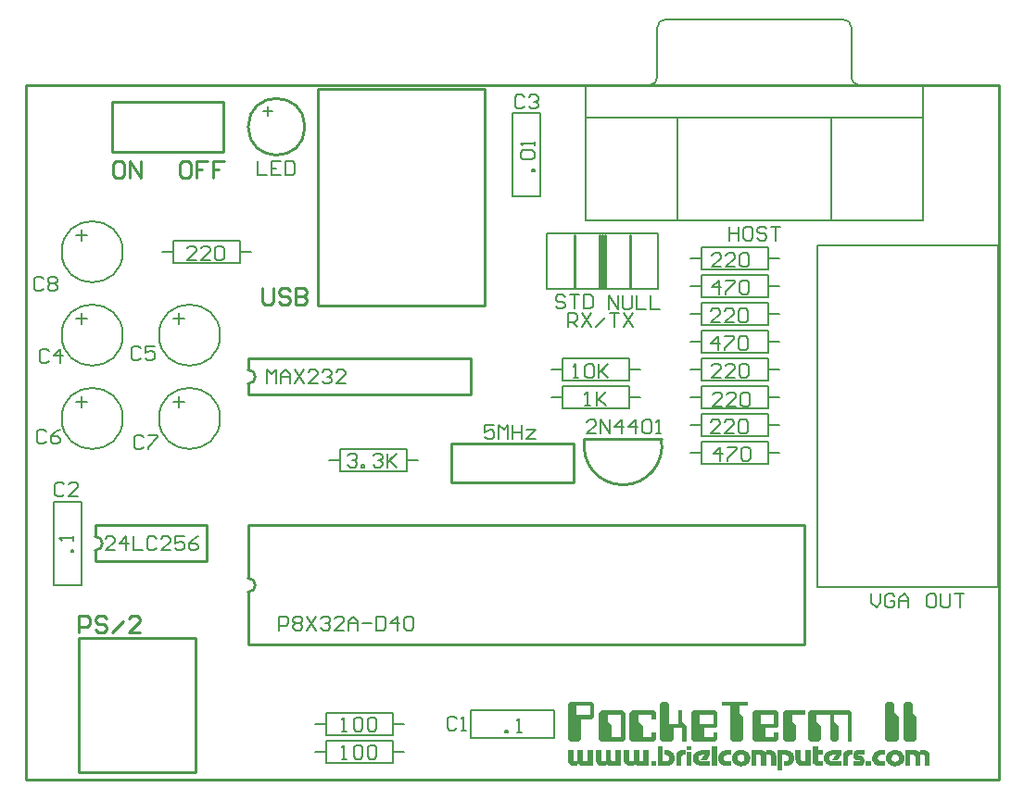
<source format=gto>
%FSLAX23Y23*%
%MOIN*%
G70*
G01*
G75*
G04 Layer_Color=65535*
%ADD10C,0.015*%
%ADD11C,0.010*%
%ADD12C,0.065*%
%ADD13C,0.075*%
%ADD14C,0.060*%
%ADD15C,0.070*%
%ADD16C,0.105*%
%ADD17C,0.140*%
%ADD18O,0.050X0.100*%
%ADD19C,0.055*%
%ADD20C,0.066*%
%ADD21R,0.059X0.059*%
%ADD22C,0.059*%
%ADD23R,0.050X0.100*%
%ADD24C,0.188*%
%ADD25C,0.187*%
%ADD26R,0.075X0.075*%
%ADD27R,0.065X0.065*%
%ADD28C,0.032*%
%ADD29C,0.008*%
%ADD30C,0.008*%
G36*
X5540Y3550D02*
X5521D01*
Y3566D01*
X5540D01*
Y3550D01*
D02*
G37*
G36*
X5590Y3589D02*
X5577D01*
X5576Y3589D01*
X5574Y3589D01*
X5573Y3588D01*
X5571Y3588D01*
X5570Y3587D01*
X5568Y3586D01*
X5568Y3586D01*
X5568Y3585D01*
X5567Y3585D01*
X5567Y3584D01*
X5566Y3583D01*
X5565Y3581D01*
X5565Y3580D01*
X5565Y3578D01*
Y3578D01*
Y3577D01*
Y3577D01*
X5565Y3577D01*
X5565Y3576D01*
X5565Y3575D01*
X5566Y3573D01*
X5566Y3572D01*
X5567Y3571D01*
X5569Y3569D01*
X5569Y3569D01*
X5569Y3569D01*
X5570Y3568D01*
X5571Y3568D01*
X5572Y3567D01*
X5574Y3567D01*
X5576Y3566D01*
X5577Y3566D01*
X5590D01*
Y3550D01*
X5571D01*
X5570Y3550D01*
X5569D01*
X5568Y3550D01*
X5567Y3550D01*
X5566Y3551D01*
X5564Y3551D01*
X5563Y3551D01*
X5561Y3552D01*
X5560Y3553D01*
X5558Y3553D01*
X5556Y3554D01*
X5555Y3555D01*
X5553Y3557D01*
X5552Y3558D01*
X5552Y3558D01*
X5551Y3558D01*
X5551Y3559D01*
X5551Y3560D01*
X5550Y3560D01*
X5549Y3561D01*
X5549Y3562D01*
X5548Y3564D01*
X5547Y3565D01*
X5547Y3566D01*
X5546Y3568D01*
X5545Y3570D01*
X5545Y3572D01*
X5545Y3574D01*
X5544Y3576D01*
X5544Y3578D01*
Y3578D01*
Y3578D01*
X5544Y3579D01*
Y3580D01*
X5545Y3581D01*
X5545Y3582D01*
X5545Y3583D01*
X5545Y3584D01*
X5546Y3586D01*
X5546Y3587D01*
X5547Y3589D01*
X5548Y3591D01*
X5549Y3592D01*
X5550Y3594D01*
X5551Y3595D01*
X5552Y3597D01*
X5552Y3597D01*
X5553Y3597D01*
X5553Y3598D01*
X5554Y3598D01*
X5555Y3599D01*
X5555Y3600D01*
X5556Y3600D01*
X5558Y3601D01*
X5559Y3602D01*
X5560Y3603D01*
X5562Y3603D01*
X5564Y3604D01*
X5565Y3604D01*
X5567Y3605D01*
X5569Y3605D01*
X5571Y3605D01*
X5590D01*
Y3589D01*
D02*
G37*
G36*
X5349Y3605D02*
X5367D01*
Y3589D01*
X5349D01*
Y3572D01*
Y3572D01*
Y3572D01*
Y3571D01*
X5349Y3571D01*
X5349Y3570D01*
X5349Y3569D01*
X5350Y3569D01*
X5350Y3568D01*
X5351Y3567D01*
X5351Y3567D01*
X5352Y3567D01*
X5353Y3566D01*
X5354Y3566D01*
X5355Y3566D01*
X5367D01*
Y3550D01*
X5348D01*
X5347Y3550D01*
X5347Y3550D01*
X5346Y3550D01*
X5344Y3551D01*
X5343Y3551D01*
X5340Y3552D01*
X5339Y3553D01*
X5338Y3553D01*
X5337Y3554D01*
X5336Y3555D01*
X5336Y3555D01*
X5336Y3555D01*
X5335Y3555D01*
X5335Y3556D01*
X5335Y3556D01*
X5334Y3557D01*
X5333Y3557D01*
X5333Y3558D01*
X5332Y3560D01*
X5331Y3562D01*
X5330Y3563D01*
X5330Y3565D01*
X5330Y3566D01*
X5330Y3567D01*
Y3621D01*
X5349D01*
Y3605D01*
D02*
G37*
G36*
X5474Y3589D02*
X5466D01*
X5465Y3589D01*
X5464Y3589D01*
X5463Y3588D01*
X5462Y3588D01*
X5461Y3587D01*
X5460Y3586D01*
X5460Y3586D01*
X5460Y3586D01*
X5459Y3585D01*
X5459Y3585D01*
X5458Y3584D01*
X5458Y3582D01*
X5458Y3581D01*
X5458Y3580D01*
Y3550D01*
X5439D01*
Y3585D01*
Y3585D01*
Y3585D01*
Y3585D01*
X5439Y3586D01*
X5439Y3587D01*
X5439Y3588D01*
X5439Y3588D01*
X5439Y3590D01*
X5440Y3592D01*
X5441Y3593D01*
X5441Y3594D01*
X5442Y3596D01*
X5443Y3597D01*
X5443Y3598D01*
X5444Y3599D01*
X5444Y3599D01*
X5445Y3599D01*
X5445Y3600D01*
X5445Y3600D01*
X5446Y3601D01*
X5446Y3601D01*
X5447Y3602D01*
X5448Y3602D01*
X5450Y3603D01*
X5452Y3604D01*
X5454Y3605D01*
X5455Y3605D01*
X5456Y3605D01*
X5458Y3605D01*
X5474D01*
Y3589D01*
D02*
G37*
G36*
X4539Y3550D02*
X4504Y3550D01*
X4503D01*
X4503Y3550D01*
X4502D01*
X4501Y3550D01*
X4500Y3550D01*
X4498Y3551D01*
X4496Y3551D01*
X4494Y3552D01*
X4492Y3553D01*
X4492D01*
X4492Y3553D01*
X4491Y3554D01*
X4490Y3555D01*
X4489Y3556D01*
X4488Y3557D01*
X4487Y3559D01*
X4486Y3561D01*
X4485Y3564D01*
Y3550D01*
X4468D01*
X4468Y3550D01*
X4467Y3550D01*
X4466Y3550D01*
X4465Y3550D01*
X4465Y3550D01*
X4462Y3551D01*
X4461Y3552D01*
X4460Y3552D01*
X4459Y3553D01*
X4458Y3554D01*
X4457Y3555D01*
X4456Y3556D01*
X4456Y3556D01*
X4456Y3556D01*
X4455Y3556D01*
X4455Y3557D01*
X4454Y3557D01*
X4454Y3558D01*
X4453Y3559D01*
X4453Y3560D01*
X4452Y3562D01*
X4451Y3564D01*
X4450Y3565D01*
X4450Y3567D01*
X4450Y3568D01*
X4450Y3569D01*
Y3605D01*
X4469D01*
Y3572D01*
Y3572D01*
Y3571D01*
X4469Y3571D01*
X4469Y3570D01*
X4469Y3569D01*
X4469Y3569D01*
X4470Y3568D01*
X4470Y3567D01*
X4471Y3567D01*
X4471Y3567D01*
X4471Y3567D01*
X4472Y3566D01*
X4472Y3566D01*
X4473Y3566D01*
X4474Y3566D01*
X4476Y3566D01*
X4485D01*
Y3605D01*
X4504D01*
X4504Y3572D01*
Y3572D01*
Y3572D01*
X4504Y3571D01*
Y3571D01*
X4504Y3570D01*
X4505Y3569D01*
X4505Y3568D01*
X4506Y3568D01*
X4506Y3567D01*
X4507Y3567D01*
X4508Y3566D01*
X4509Y3566D01*
X4510Y3566D01*
X4511Y3566D01*
X4520D01*
Y3605D01*
X4539D01*
Y3550D01*
D02*
G37*
G36*
X5324Y3550D02*
X5290D01*
X5289Y3550D01*
X5288Y3550D01*
X5287Y3550D01*
X5286Y3551D01*
X5285Y3551D01*
X5283Y3551D01*
X5281Y3552D01*
X5280Y3553D01*
X5279Y3553D01*
X5278Y3554D01*
X5276Y3555D01*
X5275Y3556D01*
X5275Y3556D01*
X5275Y3556D01*
X5274Y3557D01*
X5274Y3557D01*
X5274Y3558D01*
X5273Y3559D01*
X5272Y3559D01*
X5272Y3560D01*
X5271Y3561D01*
X5270Y3562D01*
X5270Y3564D01*
X5269Y3565D01*
X5269Y3566D01*
X5269Y3568D01*
X5269Y3570D01*
X5268Y3571D01*
Y3605D01*
X5287D01*
Y3575D01*
Y3575D01*
Y3574D01*
X5287Y3573D01*
X5287Y3572D01*
X5287Y3572D01*
X5288Y3571D01*
X5288Y3570D01*
X5289Y3569D01*
X5289Y3569D01*
X5289Y3568D01*
X5289Y3568D01*
X5290Y3567D01*
X5291Y3567D01*
X5292Y3567D01*
X5293Y3566D01*
X5295Y3566D01*
X5305D01*
Y3605D01*
X5324D01*
Y3550D01*
D02*
G37*
G36*
X4962Y3589D02*
X4949Y3571D01*
X4928D01*
X4941Y3589D01*
X4931D01*
X4930Y3589D01*
X4929Y3589D01*
X4927Y3588D01*
X4926Y3588D01*
X4924Y3587D01*
X4923Y3586D01*
X4923Y3586D01*
X4922Y3585D01*
X4922Y3585D01*
X4921Y3584D01*
X4921Y3583D01*
X4920Y3581D01*
X4920Y3580D01*
X4920Y3578D01*
Y3578D01*
Y3578D01*
Y3577D01*
X4920Y3577D01*
X4920Y3576D01*
X4920Y3575D01*
X4920Y3574D01*
X4921Y3572D01*
X4922Y3571D01*
X4923Y3569D01*
X4923Y3569D01*
X4924Y3569D01*
X4924Y3568D01*
X4925Y3568D01*
X4927Y3567D01*
X4928Y3567D01*
X4930Y3566D01*
X4932Y3566D01*
X4962D01*
Y3550D01*
X4929D01*
X4929Y3550D01*
X4928D01*
X4927Y3550D01*
X4926Y3550D01*
X4924Y3551D01*
X4923Y3551D01*
X4921Y3551D01*
X4919Y3552D01*
X4917Y3552D01*
X4916Y3553D01*
X4914Y3554D01*
X4912Y3555D01*
X4910Y3556D01*
X4908Y3557D01*
X4908Y3557D01*
X4908Y3558D01*
X4908Y3558D01*
X4907Y3559D01*
X4906Y3560D01*
X4905Y3560D01*
X4905Y3562D01*
X4904Y3563D01*
X4903Y3564D01*
X4902Y3566D01*
X4901Y3567D01*
X4900Y3569D01*
X4900Y3571D01*
X4899Y3573D01*
X4899Y3575D01*
X4899Y3578D01*
Y3578D01*
Y3578D01*
X4899Y3579D01*
X4899Y3580D01*
X4899Y3581D01*
X4899Y3582D01*
X4900Y3583D01*
X4900Y3584D01*
X4901Y3586D01*
X4901Y3587D01*
X4902Y3589D01*
X4903Y3590D01*
X4904Y3592D01*
X4905Y3594D01*
X4907Y3595D01*
X4908Y3597D01*
X4908Y3597D01*
X4909Y3597D01*
X4909Y3598D01*
X4910Y3598D01*
X4911Y3599D01*
X4912Y3599D01*
X4913Y3600D01*
X4914Y3601D01*
X4916Y3602D01*
X4918Y3603D01*
X4919Y3603D01*
X4921Y3604D01*
X4923Y3604D01*
X4926Y3605D01*
X4928Y3605D01*
X4930Y3605D01*
X4962D01*
Y3589D01*
D02*
G37*
G36*
X4639Y3550D02*
X4605Y3550D01*
X4604D01*
X4604Y3550D01*
X4603D01*
X4602Y3550D01*
X4601Y3550D01*
X4599Y3551D01*
X4597Y3551D01*
X4595Y3552D01*
X4593Y3553D01*
X4593D01*
X4593Y3553D01*
X4592Y3554D01*
X4591Y3555D01*
X4590Y3556D01*
X4589Y3557D01*
X4588Y3559D01*
X4587Y3561D01*
X4586Y3564D01*
Y3550D01*
X4569D01*
X4568Y3550D01*
X4568Y3550D01*
X4567Y3550D01*
X4566Y3550D01*
X4565Y3550D01*
X4563Y3551D01*
X4562Y3552D01*
X4561Y3552D01*
X4560Y3553D01*
X4559Y3554D01*
X4558Y3555D01*
X4557Y3556D01*
X4557Y3556D01*
X4556Y3556D01*
X4556Y3556D01*
X4556Y3557D01*
X4555Y3557D01*
X4555Y3558D01*
X4554Y3559D01*
X4554Y3560D01*
X4553Y3562D01*
X4552Y3564D01*
X4551Y3565D01*
X4551Y3567D01*
X4551Y3568D01*
X4551Y3569D01*
Y3605D01*
X4570D01*
Y3572D01*
Y3572D01*
Y3571D01*
X4570Y3571D01*
X4570Y3570D01*
X4570Y3569D01*
X4570Y3569D01*
X4571Y3568D01*
X4571Y3567D01*
X4571Y3567D01*
X4572Y3567D01*
X4572Y3567D01*
X4573Y3566D01*
X4573Y3566D01*
X4574Y3566D01*
X4575Y3566D01*
X4577Y3566D01*
X4586D01*
Y3605D01*
X4605D01*
X4605Y3572D01*
Y3572D01*
Y3572D01*
X4605Y3571D01*
Y3571D01*
X4605Y3570D01*
X4606Y3569D01*
X4606Y3568D01*
X4607Y3568D01*
X4607Y3567D01*
X4608Y3567D01*
X4609Y3566D01*
X4610Y3566D01*
X4611Y3566D01*
X4612Y3566D01*
X4621D01*
Y3605D01*
X4639D01*
Y3550D01*
D02*
G37*
G36*
X4740D02*
X4706Y3550D01*
X4705D01*
X4704Y3550D01*
X4704D01*
X4703Y3550D01*
X4702Y3550D01*
X4700Y3551D01*
X4698Y3551D01*
X4696Y3552D01*
X4694Y3553D01*
X4694D01*
X4694Y3553D01*
X4693Y3554D01*
X4692Y3555D01*
X4691Y3556D01*
X4690Y3557D01*
X4689Y3559D01*
X4688Y3561D01*
X4687Y3564D01*
Y3550D01*
X4670D01*
X4669Y3550D01*
X4669Y3550D01*
X4668Y3550D01*
X4667Y3550D01*
X4666Y3550D01*
X4664Y3551D01*
X4663Y3552D01*
X4662Y3552D01*
X4661Y3553D01*
X4660Y3554D01*
X4659Y3555D01*
X4658Y3556D01*
X4658Y3556D01*
X4657Y3556D01*
X4657Y3556D01*
X4657Y3557D01*
X4656Y3557D01*
X4656Y3558D01*
X4655Y3559D01*
X4655Y3560D01*
X4654Y3562D01*
X4653Y3564D01*
X4652Y3565D01*
X4652Y3567D01*
X4652Y3568D01*
X4652Y3569D01*
Y3605D01*
X4671D01*
Y3572D01*
Y3572D01*
Y3571D01*
X4671Y3571D01*
X4671Y3570D01*
X4671Y3569D01*
X4671Y3569D01*
X4672Y3568D01*
X4672Y3567D01*
X4672Y3567D01*
X4673Y3567D01*
X4673Y3567D01*
X4674Y3566D01*
X4674Y3566D01*
X4675Y3566D01*
X4676Y3566D01*
X4677Y3566D01*
X4687D01*
Y3605D01*
X4706D01*
X4706Y3572D01*
Y3572D01*
Y3572D01*
X4706Y3571D01*
Y3571D01*
X4706Y3570D01*
X4707Y3569D01*
X4707Y3568D01*
X4707Y3568D01*
X4708Y3567D01*
X4709Y3567D01*
X4709Y3566D01*
X4710Y3566D01*
X4711Y3566D01*
X4713Y3566D01*
X4722D01*
Y3605D01*
X4740D01*
Y3550D01*
D02*
G37*
G36*
X5239Y3605D02*
X5240D01*
X5241Y3605D01*
X5242Y3605D01*
X5243Y3604D01*
X5245Y3604D01*
X5246Y3604D01*
X5248Y3603D01*
X5249Y3602D01*
X5251Y3602D01*
X5252Y3601D01*
X5254Y3600D01*
X5255Y3598D01*
X5257Y3597D01*
X5257Y3597D01*
X5257Y3597D01*
X5258Y3596D01*
X5258Y3595D01*
X5259Y3595D01*
X5259Y3594D01*
X5260Y3593D01*
X5261Y3591D01*
X5262Y3590D01*
X5262Y3588D01*
X5263Y3587D01*
X5263Y3585D01*
X5264Y3583D01*
X5264Y3581D01*
X5265Y3579D01*
X5265Y3577D01*
Y3577D01*
Y3577D01*
X5265Y3576D01*
Y3575D01*
X5264Y3574D01*
X5264Y3573D01*
X5264Y3572D01*
X5264Y3570D01*
X5263Y3569D01*
X5263Y3567D01*
X5262Y3566D01*
X5261Y3564D01*
X5260Y3562D01*
X5259Y3561D01*
X5258Y3559D01*
X5257Y3558D01*
X5257Y3558D01*
X5257Y3557D01*
X5256Y3557D01*
X5255Y3557D01*
X5255Y3556D01*
X5254Y3555D01*
X5253Y3555D01*
X5252Y3554D01*
X5250Y3553D01*
X5249Y3552D01*
X5247Y3552D01*
X5246Y3551D01*
X5244Y3551D01*
X5242Y3550D01*
X5240Y3550D01*
X5238Y3550D01*
X5226D01*
Y3566D01*
X5232D01*
X5232Y3566D01*
X5233Y3566D01*
X5234Y3566D01*
X5236Y3567D01*
X5237Y3567D01*
X5239Y3568D01*
X5240Y3569D01*
X5241Y3569D01*
X5241Y3570D01*
X5242Y3570D01*
X5242Y3571D01*
X5243Y3572D01*
X5243Y3574D01*
X5244Y3575D01*
X5244Y3577D01*
Y3577D01*
Y3577D01*
Y3577D01*
X5244Y3578D01*
X5244Y3579D01*
X5244Y3580D01*
X5243Y3581D01*
X5243Y3582D01*
X5242Y3584D01*
X5241Y3585D01*
X5240Y3585D01*
X5240Y3586D01*
X5239Y3586D01*
X5238Y3587D01*
X5237Y3588D01*
X5235Y3588D01*
X5233Y3589D01*
X5231Y3589D01*
X5222D01*
Y3534D01*
X5203D01*
Y3605D01*
X5239D01*
X5239Y3605D01*
D02*
G37*
G36*
X5516Y3589D02*
X5500Y3589D01*
X5495D01*
X5494Y3589D01*
X5494D01*
X5493Y3589D01*
X5493Y3589D01*
X5492Y3588D01*
X5492Y3588D01*
X5492Y3588D01*
Y3588D01*
X5492Y3587D01*
X5492Y3587D01*
X5492Y3586D01*
X5492Y3586D01*
X5492Y3586D01*
X5493Y3586D01*
X5493Y3586D01*
X5493Y3586D01*
X5494Y3585D01*
X5494D01*
X5494Y3585D01*
X5495D01*
X5495Y3585D01*
X5496D01*
X5497Y3585D01*
X5499D01*
X5500Y3585D01*
X5504D01*
X5504Y3585D01*
X5505Y3585D01*
X5506Y3585D01*
X5507Y3584D01*
X5508Y3584D01*
X5510Y3583D01*
X5511Y3582D01*
X5512Y3581D01*
X5512Y3581D01*
X5513Y3581D01*
X5513Y3580D01*
X5514Y3579D01*
X5514Y3578D01*
X5515Y3577D01*
X5515Y3575D01*
X5516Y3574D01*
Y3574D01*
X5516Y3573D01*
X5516Y3573D01*
X5516Y3572D01*
Y3571D01*
X5516Y3570D01*
X5516Y3569D01*
Y3568D01*
Y3568D01*
Y3568D01*
Y3568D01*
Y3567D01*
X5516Y3565D01*
Y3565D01*
X5516Y3565D01*
X5516Y3564D01*
X5516Y3563D01*
X5516Y3562D01*
X5515Y3561D01*
X5515Y3560D01*
X5515Y3558D01*
Y3558D01*
X5514Y3558D01*
X5514Y3557D01*
X5514Y3557D01*
X5513Y3556D01*
X5513Y3555D01*
X5512Y3554D01*
X5511Y3553D01*
X5511Y3553D01*
X5511Y3553D01*
X5510Y3552D01*
X5509Y3552D01*
X5508Y3551D01*
X5507Y3551D01*
X5506Y3551D01*
X5505Y3550D01*
X5504Y3550D01*
X5503Y3550D01*
X5501Y3550D01*
X5478D01*
Y3566D01*
X5500D01*
X5501Y3566D01*
X5501Y3567D01*
X5502Y3567D01*
X5502Y3567D01*
X5502Y3567D01*
Y3567D01*
Y3567D01*
X5502Y3568D01*
X5502Y3569D01*
X5502Y3569D01*
X5502Y3569D01*
X5501Y3570D01*
X5501Y3570D01*
X5500Y3570D01*
X5500Y3570D01*
X5498Y3570D01*
X5495D01*
X5494Y3570D01*
X5493D01*
X5492Y3570D01*
X5491Y3570D01*
X5488Y3571D01*
X5487Y3571D01*
X5486Y3571D01*
X5485Y3571D01*
X5484Y3572D01*
X5483Y3572D01*
X5482Y3572D01*
X5482Y3573D01*
X5482Y3573D01*
X5481Y3573D01*
X5481Y3574D01*
X5480Y3575D01*
X5480Y3576D01*
X5479Y3577D01*
X5479Y3578D01*
Y3578D01*
X5478Y3579D01*
X5478Y3579D01*
X5478Y3580D01*
X5478Y3581D01*
X5478Y3583D01*
X5478Y3584D01*
X5478Y3585D01*
Y3586D01*
Y3586D01*
X5477Y3586D01*
Y3587D01*
Y3587D01*
Y3588D01*
X5478Y3589D01*
Y3590D01*
X5478Y3591D01*
X5478Y3593D01*
Y3594D01*
X5478Y3594D01*
X5478Y3595D01*
X5478Y3596D01*
X5479Y3597D01*
X5479Y3598D01*
X5480Y3599D01*
X5480Y3600D01*
X5480Y3600D01*
X5481Y3600D01*
X5481Y3600D01*
X5481Y3601D01*
X5482Y3602D01*
X5483Y3602D01*
X5484Y3603D01*
X5485Y3604D01*
X5485Y3604D01*
X5485Y3604D01*
X5486Y3604D01*
X5487Y3604D01*
X5488Y3605D01*
X5489Y3605D01*
X5490Y3605D01*
X5491Y3605D01*
X5492Y3605D01*
X5493Y3605D01*
X5494Y3605D01*
X5516D01*
Y3589D01*
D02*
G37*
G36*
X4768Y3550D02*
X4750D01*
Y3566D01*
X4768D01*
Y3550D01*
D02*
G37*
G36*
X5074Y3607D02*
X5075D01*
X5077Y3607D01*
X5078Y3607D01*
X5079Y3606D01*
X5081Y3606D01*
X5083Y3606D01*
X5084Y3605D01*
X5086Y3604D01*
X5088Y3604D01*
X5090Y3603D01*
X5092Y3602D01*
X5094Y3600D01*
X5096Y3599D01*
X5096Y3599D01*
X5096Y3598D01*
X5097Y3598D01*
X5097Y3597D01*
X5098Y3596D01*
X5099Y3595D01*
X5100Y3594D01*
X5101Y3593D01*
X5102Y3591D01*
X5103Y3590D01*
X5104Y3588D01*
X5105Y3586D01*
X5105Y3584D01*
X5106Y3582D01*
X5106Y3580D01*
X5106Y3577D01*
Y3577D01*
Y3577D01*
X5106Y3576D01*
X5106Y3575D01*
X5106Y3574D01*
X5106Y3573D01*
X5105Y3572D01*
X5105Y3570D01*
X5104Y3568D01*
X5104Y3567D01*
X5103Y3565D01*
X5102Y3563D01*
X5101Y3561D01*
X5099Y3559D01*
X5098Y3558D01*
X5096Y3556D01*
X5096Y3556D01*
X5096Y3556D01*
X5095Y3555D01*
X5094Y3555D01*
X5093Y3554D01*
X5092Y3554D01*
X5091Y3553D01*
X5090Y3552D01*
X5088Y3551D01*
X5086Y3551D01*
X5084Y3550D01*
X5082Y3549D01*
X5080Y3549D01*
X5078Y3549D01*
X5076Y3548D01*
X5073Y3548D01*
X5073D01*
X5072Y3548D01*
X5071D01*
X5070Y3548D01*
X5068Y3549D01*
X5067Y3549D01*
X5065Y3549D01*
X5063Y3550D01*
X5062Y3550D01*
X5060Y3551D01*
X5058Y3551D01*
X5056Y3552D01*
X5054Y3554D01*
X5052Y3555D01*
X5050Y3556D01*
X5050Y3556D01*
X5050Y3556D01*
X5049Y3557D01*
X5048Y3558D01*
X5048Y3559D01*
X5047Y3559D01*
X5046Y3561D01*
X5045Y3562D01*
X5044Y3563D01*
X5043Y3565D01*
X5042Y3567D01*
X5041Y3569D01*
X5041Y3571D01*
X5040Y3573D01*
X5040Y3575D01*
X5040Y3577D01*
Y3578D01*
Y3578D01*
X5040Y3579D01*
X5040Y3580D01*
X5040Y3581D01*
X5040Y3582D01*
X5041Y3583D01*
X5041Y3585D01*
X5042Y3587D01*
X5042Y3588D01*
X5043Y3590D01*
X5044Y3592D01*
X5045Y3594D01*
X5047Y3595D01*
X5048Y3597D01*
X5050Y3599D01*
X5050Y3599D01*
X5051Y3599D01*
X5051Y3600D01*
X5052Y3600D01*
X5053Y3601D01*
X5054Y3601D01*
X5055Y3602D01*
X5057Y3603D01*
X5058Y3604D01*
X5060Y3604D01*
X5062Y3605D01*
X5064Y3606D01*
X5066Y3606D01*
X5068Y3607D01*
X5071Y3607D01*
X5073Y3607D01*
X5074D01*
X5074Y3607D01*
D02*
G37*
G36*
X5628D02*
X5629D01*
X5630Y3607D01*
X5632Y3607D01*
X5633Y3606D01*
X5635Y3606D01*
X5637Y3606D01*
X5638Y3605D01*
X5640Y3604D01*
X5642Y3604D01*
X5644Y3603D01*
X5646Y3602D01*
X5648Y3600D01*
X5650Y3599D01*
X5650Y3599D01*
X5650Y3598D01*
X5651Y3598D01*
X5651Y3597D01*
X5652Y3596D01*
X5653Y3595D01*
X5654Y3594D01*
X5655Y3593D01*
X5656Y3591D01*
X5657Y3590D01*
X5658Y3588D01*
X5659Y3586D01*
X5659Y3584D01*
X5660Y3582D01*
X5660Y3580D01*
X5660Y3577D01*
Y3577D01*
Y3577D01*
X5660Y3576D01*
X5660Y3575D01*
X5660Y3574D01*
X5660Y3573D01*
X5659Y3572D01*
X5659Y3570D01*
X5658Y3568D01*
X5658Y3567D01*
X5657Y3565D01*
X5656Y3563D01*
X5655Y3561D01*
X5653Y3559D01*
X5652Y3558D01*
X5650Y3556D01*
X5650Y3556D01*
X5650Y3556D01*
X5649Y3555D01*
X5648Y3555D01*
X5647Y3554D01*
X5646Y3554D01*
X5645Y3553D01*
X5644Y3552D01*
X5642Y3551D01*
X5640Y3551D01*
X5638Y3550D01*
X5636Y3549D01*
X5634Y3549D01*
X5632Y3549D01*
X5630Y3548D01*
X5627Y3548D01*
X5627D01*
X5626Y3548D01*
X5625D01*
X5624Y3548D01*
X5622Y3549D01*
X5621Y3549D01*
X5619Y3549D01*
X5617Y3550D01*
X5616Y3550D01*
X5614Y3551D01*
X5612Y3551D01*
X5610Y3552D01*
X5608Y3554D01*
X5606Y3555D01*
X5604Y3556D01*
X5604Y3556D01*
X5604Y3556D01*
X5603Y3557D01*
X5602Y3558D01*
X5602Y3559D01*
X5601Y3559D01*
X5600Y3561D01*
X5599Y3562D01*
X5598Y3563D01*
X5597Y3565D01*
X5596Y3567D01*
X5595Y3569D01*
X5595Y3571D01*
X5594Y3573D01*
X5594Y3575D01*
X5594Y3577D01*
Y3578D01*
Y3578D01*
X5594Y3579D01*
X5594Y3580D01*
X5594Y3581D01*
X5594Y3582D01*
X5595Y3583D01*
X5595Y3585D01*
X5596Y3587D01*
X5596Y3588D01*
X5597Y3590D01*
X5598Y3592D01*
X5599Y3594D01*
X5601Y3595D01*
X5602Y3597D01*
X5604Y3599D01*
X5604Y3599D01*
X5605Y3599D01*
X5605Y3600D01*
X5606Y3600D01*
X5607Y3601D01*
X5608Y3601D01*
X5609Y3602D01*
X5611Y3603D01*
X5612Y3604D01*
X5614Y3604D01*
X5616Y3605D01*
X5618Y3606D01*
X5620Y3606D01*
X5622Y3607D01*
X5625Y3607D01*
X5627Y3607D01*
X5628D01*
X5628Y3607D01*
D02*
G37*
G36*
X4792Y3566D02*
X4803D01*
X4803Y3566D01*
X4804Y3566D01*
X4805Y3567D01*
X4807Y3567D01*
X4808Y3567D01*
X4809Y3568D01*
X4811Y3569D01*
X4811Y3570D01*
X4811Y3570D01*
X4812Y3571D01*
X4813Y3572D01*
X4813Y3573D01*
X4814Y3574D01*
X4814Y3576D01*
X4814Y3578D01*
Y3578D01*
Y3578D01*
X4814Y3578D01*
X4814Y3579D01*
X4814Y3581D01*
X4813Y3582D01*
X4813Y3583D01*
X4812Y3584D01*
X4811Y3586D01*
X4811Y3586D01*
X4810Y3586D01*
X4809Y3587D01*
X4808Y3587D01*
X4807Y3588D01*
X4806Y3588D01*
X4804Y3589D01*
X4803Y3589D01*
X4796D01*
Y3605D01*
X4809D01*
X4810Y3605D01*
X4811D01*
X4812Y3605D01*
X4813Y3605D01*
X4814Y3604D01*
X4815Y3604D01*
X4817Y3604D01*
X4818Y3603D01*
X4820Y3602D01*
X4821Y3602D01*
X4823Y3601D01*
X4825Y3600D01*
X4826Y3598D01*
X4827Y3597D01*
X4828Y3597D01*
X4828Y3597D01*
X4828Y3596D01*
X4829Y3596D01*
X4829Y3595D01*
X4830Y3594D01*
X4830Y3593D01*
X4831Y3592D01*
X4832Y3590D01*
X4832Y3589D01*
X4833Y3587D01*
X4834Y3586D01*
X4834Y3584D01*
X4834Y3582D01*
X4835Y3580D01*
X4835Y3578D01*
Y3578D01*
Y3578D01*
Y3577D01*
X4835Y3576D01*
X4835Y3575D01*
X4834Y3574D01*
X4834Y3573D01*
X4834Y3571D01*
X4833Y3570D01*
X4833Y3568D01*
X4832Y3567D01*
X4832Y3565D01*
X4831Y3564D01*
X4830Y3562D01*
X4829Y3560D01*
X4827Y3559D01*
X4827Y3559D01*
X4827Y3558D01*
X4827Y3558D01*
X4826Y3557D01*
X4825Y3557D01*
X4824Y3556D01*
X4823Y3555D01*
X4822Y3554D01*
X4821Y3554D01*
X4820Y3553D01*
X4818Y3552D01*
X4816Y3551D01*
X4815Y3551D01*
X4813Y3550D01*
X4811Y3550D01*
X4809Y3550D01*
X4773D01*
Y3621D01*
X4792D01*
Y3566D01*
D02*
G37*
G36*
X4986Y3550D02*
X4967D01*
Y3621D01*
X4986D01*
Y3550D01*
D02*
G37*
G36*
X5036Y3589D02*
X5023D01*
X5022Y3589D01*
X5020Y3589D01*
X5019Y3588D01*
X5017Y3588D01*
X5016Y3587D01*
X5014Y3586D01*
X5014Y3586D01*
X5014Y3585D01*
X5013Y3585D01*
X5013Y3584D01*
X5012Y3583D01*
X5011Y3581D01*
X5011Y3580D01*
X5011Y3578D01*
Y3578D01*
Y3577D01*
Y3577D01*
X5011Y3577D01*
X5011Y3576D01*
X5011Y3575D01*
X5012Y3573D01*
X5012Y3572D01*
X5013Y3571D01*
X5015Y3569D01*
X5015Y3569D01*
X5015Y3569D01*
X5016Y3568D01*
X5017Y3568D01*
X5018Y3567D01*
X5020Y3567D01*
X5022Y3566D01*
X5023Y3566D01*
X5036D01*
Y3550D01*
X5017D01*
X5016Y3550D01*
X5015D01*
X5014Y3550D01*
X5013Y3550D01*
X5012Y3551D01*
X5010Y3551D01*
X5009Y3551D01*
X5007Y3552D01*
X5006Y3553D01*
X5004Y3553D01*
X5002Y3554D01*
X5001Y3555D01*
X4999Y3557D01*
X4998Y3558D01*
X4998Y3558D01*
X4998Y3558D01*
X4997Y3559D01*
X4997Y3560D01*
X4996Y3560D01*
X4995Y3561D01*
X4995Y3562D01*
X4994Y3564D01*
X4993Y3565D01*
X4993Y3566D01*
X4992Y3568D01*
X4991Y3570D01*
X4991Y3572D01*
X4991Y3574D01*
X4990Y3576D01*
X4990Y3578D01*
Y3578D01*
Y3578D01*
X4990Y3579D01*
Y3580D01*
X4991Y3581D01*
X4991Y3582D01*
X4991Y3583D01*
X4991Y3584D01*
X4992Y3586D01*
X4992Y3587D01*
X4993Y3589D01*
X4994Y3591D01*
X4995Y3592D01*
X4996Y3594D01*
X4997Y3595D01*
X4998Y3597D01*
X4998Y3597D01*
X4999Y3597D01*
X4999Y3598D01*
X5000Y3598D01*
X5001Y3599D01*
X5001Y3600D01*
X5003Y3600D01*
X5004Y3601D01*
X5005Y3602D01*
X5006Y3603D01*
X5008Y3603D01*
X5010Y3604D01*
X5011Y3604D01*
X5013Y3605D01*
X5015Y3605D01*
X5017Y3605D01*
X5036D01*
Y3589D01*
D02*
G37*
G36*
X4874D02*
X4866D01*
X4865Y3589D01*
X4864Y3589D01*
X4863Y3588D01*
X4862Y3588D01*
X4861Y3587D01*
X4860Y3586D01*
X4860Y3586D01*
X4860Y3586D01*
X4859Y3585D01*
X4859Y3585D01*
X4858Y3584D01*
X4858Y3582D01*
X4858Y3581D01*
X4857Y3580D01*
Y3550D01*
X4839D01*
Y3585D01*
Y3585D01*
Y3585D01*
Y3585D01*
X4839Y3586D01*
X4839Y3587D01*
X4839Y3588D01*
X4839Y3588D01*
X4839Y3590D01*
X4840Y3592D01*
X4840Y3593D01*
X4841Y3594D01*
X4842Y3596D01*
X4842Y3597D01*
X4843Y3598D01*
X4844Y3599D01*
X4844Y3599D01*
X4844Y3599D01*
X4845Y3600D01*
X4845Y3600D01*
X4846Y3601D01*
X4846Y3601D01*
X4847Y3602D01*
X4848Y3602D01*
X4850Y3603D01*
X4852Y3604D01*
X4853Y3605D01*
X4855Y3605D01*
X4856Y3605D01*
X4857Y3605D01*
X4874D01*
Y3589D01*
D02*
G37*
G36*
X4895Y3550D02*
X4877D01*
Y3601D01*
X4895D01*
Y3550D01*
D02*
G37*
G36*
X5208Y3741D02*
Y3693D01*
X5200Y3686D01*
X5160D01*
Y3654D01*
X5192D01*
Y3670D01*
X5208D01*
Y3646D01*
X5200Y3638D01*
X5121D01*
X5113Y3646D01*
Y3741D01*
X5121Y3749D01*
X5200D01*
X5208Y3741D01*
D02*
G37*
G36*
X5303Y3733D02*
X5256D01*
Y3709D01*
X5271Y3694D01*
Y3646D01*
X5263Y3638D01*
X5232D01*
X5224Y3646D01*
Y3741D01*
X5232Y3749D01*
X5303D01*
Y3733D01*
D02*
G37*
G36*
X4988Y3741D02*
Y3693D01*
X4980Y3686D01*
X4941D01*
Y3654D01*
X4973D01*
Y3670D01*
X4988D01*
Y3646D01*
X4980Y3638D01*
X4902D01*
X4893Y3646D01*
Y3741D01*
X4901Y3749D01*
X4980D01*
X4988Y3741D01*
D02*
G37*
G36*
X5098Y3765D02*
X5067D01*
Y3741D01*
X5082Y3725D01*
Y3646D01*
X5074Y3638D01*
X5043D01*
X5035Y3646D01*
Y3765D01*
X5003D01*
Y3781D01*
X5098D01*
Y3765D01*
D02*
G37*
G36*
X5689Y3772D02*
Y3741D01*
X5705Y3725D01*
Y3646D01*
X5696Y3638D01*
X5665D01*
X5657Y3646D01*
Y3772D01*
X5665Y3781D01*
X5681D01*
X5689Y3772D01*
D02*
G37*
G36*
X4767Y3741D02*
Y3717D01*
X4752D01*
Y3733D01*
X4704D01*
Y3709D01*
X4719Y3694D01*
Y3654D01*
X4752D01*
Y3670D01*
X4767D01*
Y3646D01*
X4759Y3638D01*
X4680D01*
X4672Y3646D01*
Y3741D01*
X4680Y3749D01*
X4759D01*
X4767Y3741D01*
D02*
G37*
G36*
X5472D02*
Y3638D01*
X5456D01*
Y3733D01*
X5408D01*
Y3709D01*
X5424Y3694D01*
Y3646D01*
X5416Y3638D01*
X5401D01*
X5393Y3646D01*
Y3733D01*
X5345D01*
Y3709D01*
X5361Y3694D01*
Y3646D01*
X5352Y3638D01*
X5321D01*
X5313Y3646D01*
Y3741D01*
X5321Y3749D01*
X5463D01*
X5472Y3741D01*
D02*
G37*
G36*
X5624Y3772D02*
Y3741D01*
X5639Y3725D01*
Y3646D01*
X5631Y3638D01*
X5600D01*
X5592Y3646D01*
Y3772D01*
X5600Y3781D01*
X5616D01*
X5624Y3772D01*
D02*
G37*
G36*
X4814D02*
Y3701D01*
X4846D01*
Y3749D01*
X4862D01*
Y3709D01*
X4877Y3694D01*
Y3638D01*
X4862D01*
Y3686D01*
X4830D01*
Y3646D01*
X4821Y3638D01*
X4790D01*
X4782Y3646D01*
Y3772D01*
X4790Y3781D01*
X4806D01*
X4814Y3772D01*
D02*
G37*
G36*
X5735Y3605D02*
X5735Y3605D01*
X5736Y3605D01*
X5737Y3605D01*
X5738Y3604D01*
X5740Y3604D01*
X5741Y3603D01*
X5742Y3603D01*
X5743Y3602D01*
X5744Y3601D01*
X5745Y3600D01*
X5747Y3599D01*
X5747Y3599D01*
X5747Y3599D01*
X5747Y3598D01*
X5747Y3598D01*
X5748Y3597D01*
X5748Y3597D01*
X5749Y3596D01*
X5750Y3595D01*
X5751Y3593D01*
X5752Y3591D01*
X5752Y3589D01*
X5752Y3588D01*
X5752Y3587D01*
X5752Y3585D01*
Y3550D01*
X5734D01*
Y3583D01*
Y3583D01*
Y3583D01*
X5734Y3584D01*
X5734Y3585D01*
X5733Y3585D01*
X5733Y3586D01*
X5733Y3587D01*
X5732Y3588D01*
X5732Y3588D01*
X5732Y3588D01*
X5731Y3588D01*
X5731Y3588D01*
X5730Y3589D01*
X5729Y3589D01*
X5728Y3589D01*
X5727Y3589D01*
X5717D01*
Y3550D01*
X5699D01*
X5699Y3583D01*
Y3583D01*
Y3583D01*
Y3583D01*
X5698Y3584D01*
X5698Y3585D01*
X5698Y3586D01*
X5697Y3587D01*
X5697Y3587D01*
X5696Y3588D01*
X5696Y3588D01*
X5695Y3588D01*
X5694Y3589D01*
X5693Y3589D01*
X5691Y3589D01*
X5682D01*
Y3550D01*
X5664D01*
Y3605D01*
X5699D01*
X5700Y3605D01*
X5700D01*
X5701Y3605D01*
X5703Y3605D01*
X5705Y3604D01*
X5707Y3604D01*
X5709Y3603D01*
X5710Y3602D01*
X5711D01*
X5711Y3601D01*
X5711Y3601D01*
X5712Y3600D01*
X5713Y3599D01*
X5714Y3597D01*
X5715Y3596D01*
X5717Y3593D01*
X5717Y3591D01*
Y3605D01*
X5734D01*
X5735Y3605D01*
D02*
G37*
G36*
X4895Y3605D02*
X4877D01*
Y3621D01*
X4895D01*
Y3605D01*
D02*
G37*
G36*
X5433Y3589D02*
X5421Y3571D01*
X5399D01*
X5413Y3589D01*
X5402D01*
X5401Y3589D01*
X5400Y3589D01*
X5399Y3588D01*
X5397Y3588D01*
X5396Y3587D01*
X5394Y3586D01*
X5394Y3586D01*
X5394Y3585D01*
X5393Y3585D01*
X5393Y3584D01*
X5392Y3583D01*
X5392Y3581D01*
X5391Y3580D01*
X5391Y3578D01*
Y3578D01*
Y3578D01*
Y3577D01*
X5391Y3577D01*
X5391Y3576D01*
X5391Y3575D01*
X5392Y3574D01*
X5392Y3572D01*
X5393Y3571D01*
X5395Y3569D01*
X5395Y3569D01*
X5395Y3569D01*
X5396Y3568D01*
X5397Y3568D01*
X5398Y3567D01*
X5400Y3567D01*
X5401Y3566D01*
X5403Y3566D01*
X5433D01*
Y3550D01*
X5401D01*
X5400Y3550D01*
X5399D01*
X5398Y3550D01*
X5397Y3550D01*
X5396Y3551D01*
X5394Y3551D01*
X5392Y3551D01*
X5391Y3552D01*
X5389Y3552D01*
X5387Y3553D01*
X5385Y3554D01*
X5383Y3555D01*
X5382Y3556D01*
X5380Y3557D01*
X5380Y3557D01*
X5380Y3558D01*
X5379Y3558D01*
X5378Y3559D01*
X5378Y3560D01*
X5377Y3560D01*
X5376Y3562D01*
X5375Y3563D01*
X5374Y3564D01*
X5373Y3566D01*
X5373Y3567D01*
X5372Y3569D01*
X5371Y3571D01*
X5371Y3573D01*
X5371Y3575D01*
X5370Y3578D01*
Y3578D01*
Y3578D01*
X5371Y3579D01*
X5371Y3580D01*
X5371Y3581D01*
X5371Y3582D01*
X5371Y3583D01*
X5372Y3584D01*
X5372Y3586D01*
X5373Y3587D01*
X5374Y3589D01*
X5374Y3590D01*
X5375Y3592D01*
X5377Y3594D01*
X5378Y3595D01*
X5380Y3597D01*
X5380Y3597D01*
X5380Y3597D01*
X5381Y3598D01*
X5381Y3598D01*
X5382Y3599D01*
X5383Y3599D01*
X5385Y3600D01*
X5386Y3601D01*
X5387Y3602D01*
X5389Y3603D01*
X5391Y3603D01*
X5393Y3604D01*
X5395Y3604D01*
X5397Y3605D01*
X5399Y3605D01*
X5402Y3605D01*
X5433D01*
Y3589D01*
D02*
G37*
G36*
X5181Y3605D02*
X5181Y3605D01*
X5182Y3605D01*
X5183Y3605D01*
X5184Y3604D01*
X5186Y3604D01*
X5187Y3603D01*
X5188Y3603D01*
X5189Y3602D01*
X5190Y3601D01*
X5191Y3600D01*
X5193Y3599D01*
X5193Y3599D01*
X5193Y3599D01*
X5193Y3598D01*
X5194Y3598D01*
X5194Y3597D01*
X5194Y3597D01*
X5195Y3596D01*
X5196Y3595D01*
X5197Y3593D01*
X5198Y3591D01*
X5198Y3589D01*
X5198Y3588D01*
X5198Y3587D01*
X5199Y3585D01*
Y3550D01*
X5180D01*
Y3583D01*
Y3583D01*
Y3583D01*
X5180Y3584D01*
X5180Y3585D01*
X5179Y3585D01*
X5179Y3586D01*
X5179Y3587D01*
X5178Y3588D01*
X5178Y3588D01*
X5178Y3588D01*
X5177Y3588D01*
X5177Y3588D01*
X5176Y3589D01*
X5175Y3589D01*
X5174Y3589D01*
X5173Y3589D01*
X5163D01*
Y3550D01*
X5145D01*
X5145Y3583D01*
Y3583D01*
Y3583D01*
Y3583D01*
X5144Y3584D01*
X5144Y3585D01*
X5144Y3586D01*
X5143Y3587D01*
X5143Y3587D01*
X5142Y3588D01*
X5142Y3588D01*
X5141Y3588D01*
X5140Y3589D01*
X5139Y3589D01*
X5137Y3589D01*
X5128D01*
Y3550D01*
X5110D01*
Y3605D01*
X5145D01*
X5146Y3605D01*
X5146D01*
X5147Y3605D01*
X5149Y3605D01*
X5151Y3604D01*
X5153Y3604D01*
X5155Y3603D01*
X5157Y3602D01*
X5157D01*
X5157Y3601D01*
X5157Y3601D01*
X5158Y3600D01*
X5159Y3599D01*
X5160Y3597D01*
X5162Y3596D01*
X5163Y3593D01*
X5163Y3591D01*
Y3605D01*
X5180D01*
X5181Y3605D01*
D02*
G37*
G36*
X4656Y3741D02*
Y3646D01*
X4647Y3638D01*
X4569D01*
X4561Y3646D01*
Y3741D01*
X4569Y3749D01*
X4647D01*
X4656Y3741D01*
D02*
G37*
G36*
X4545Y3772D02*
Y3726D01*
X4537Y3717D01*
X4497D01*
Y3646D01*
X4489Y3638D01*
X4458D01*
X4450Y3646D01*
Y3772D01*
X4458Y3781D01*
X4537D01*
X4545Y3772D01*
D02*
G37*
%LPC*%
G36*
X5192Y3733D02*
X5145D01*
Y3701D01*
X5192D01*
Y3733D01*
D02*
G37*
G36*
X4529Y3765D02*
X4482D01*
Y3733D01*
X4529D01*
Y3765D01*
D02*
G37*
G36*
X4973Y3733D02*
X4925D01*
Y3701D01*
X4973D01*
Y3733D01*
D02*
G37*
G36*
X5627Y3591D02*
X5627D01*
X5626Y3591D01*
X5625Y3591D01*
X5624Y3590D01*
X5623Y3590D01*
X5621Y3589D01*
X5620Y3588D01*
X5618Y3587D01*
X5618Y3587D01*
X5618Y3586D01*
X5617Y3586D01*
X5616Y3585D01*
X5616Y3583D01*
X5615Y3581D01*
X5615Y3580D01*
X5614Y3577D01*
Y3577D01*
Y3577D01*
Y3577D01*
X5614Y3577D01*
X5615Y3575D01*
X5615Y3574D01*
X5615Y3573D01*
X5616Y3571D01*
X5617Y3569D01*
X5618Y3568D01*
X5618Y3568D01*
X5619Y3567D01*
X5619Y3567D01*
X5620Y3566D01*
X5622Y3565D01*
X5623Y3565D01*
X5625Y3564D01*
X5627Y3564D01*
X5628D01*
X5628Y3564D01*
X5629Y3564D01*
X5630Y3565D01*
X5632Y3565D01*
X5633Y3566D01*
X5635Y3567D01*
X5636Y3568D01*
X5636Y3568D01*
X5637Y3569D01*
X5637Y3569D01*
X5638Y3570D01*
X5639Y3572D01*
X5639Y3573D01*
X5639Y3575D01*
X5640Y3577D01*
Y3578D01*
Y3578D01*
Y3578D01*
X5640Y3578D01*
X5639Y3580D01*
X5639Y3581D01*
X5639Y3582D01*
X5638Y3584D01*
X5637Y3586D01*
X5636Y3587D01*
X5636Y3587D01*
X5635Y3588D01*
X5635Y3588D01*
X5634Y3589D01*
X5632Y3590D01*
X5631Y3590D01*
X5629Y3591D01*
X5627Y3591D01*
D02*
G37*
G36*
X5073D02*
X5073D01*
X5072Y3591D01*
X5071Y3591D01*
X5070Y3590D01*
X5069Y3590D01*
X5067Y3589D01*
X5066Y3588D01*
X5064Y3587D01*
X5064Y3587D01*
X5064Y3586D01*
X5063Y3586D01*
X5062Y3585D01*
X5062Y3583D01*
X5061Y3581D01*
X5061Y3580D01*
X5060Y3577D01*
Y3577D01*
Y3577D01*
Y3577D01*
X5061Y3577D01*
X5061Y3575D01*
X5061Y3574D01*
X5061Y3573D01*
X5062Y3571D01*
X5063Y3569D01*
X5064Y3568D01*
X5064Y3568D01*
X5065Y3567D01*
X5065Y3567D01*
X5067Y3566D01*
X5068Y3565D01*
X5069Y3565D01*
X5071Y3564D01*
X5073Y3564D01*
X5074D01*
X5074Y3564D01*
X5075Y3564D01*
X5076Y3565D01*
X5078Y3565D01*
X5079Y3566D01*
X5081Y3567D01*
X5082Y3568D01*
X5082Y3568D01*
X5083Y3569D01*
X5083Y3569D01*
X5084Y3570D01*
X5085Y3572D01*
X5085Y3573D01*
X5085Y3575D01*
X5086Y3577D01*
Y3578D01*
Y3578D01*
Y3578D01*
X5086Y3578D01*
X5085Y3580D01*
X5085Y3581D01*
X5085Y3582D01*
X5084Y3584D01*
X5083Y3586D01*
X5082Y3587D01*
X5082Y3587D01*
X5081Y3588D01*
X5081Y3588D01*
X5080Y3589D01*
X5078Y3590D01*
X5077Y3590D01*
X5075Y3591D01*
X5073Y3591D01*
D02*
G37*
G36*
X4640Y3733D02*
X4593D01*
Y3709D01*
X4608Y3694D01*
Y3654D01*
X4640D01*
Y3733D01*
D02*
G37*
%LPD*%
D11*
X3300Y4175D02*
G03*
X3300Y4225I0J25D01*
G01*
X2750Y4325D02*
G03*
X2750Y4375I0J25D01*
G01*
X3504Y5850D02*
G03*
X3504Y5850I-102J0D01*
G01*
X4510Y4725D02*
G03*
X4786Y4725I138J-24D01*
G01*
X3300Y4925D02*
G03*
X3300Y4975I0J25D01*
G01*
X4150Y5375D02*
Y5985D01*
Y5205D02*
Y5385D01*
X3550Y5205D02*
X4150D01*
X3550D02*
Y5985D01*
X4150D01*
X2690Y3525D02*
X3110D01*
X2690Y3530D02*
Y4010D01*
X3110D01*
Y3530D02*
Y4010D01*
X3300Y3985D02*
Y4175D01*
Y4225D02*
Y4415D01*
X5300D01*
Y3985D02*
Y4415D01*
X3300Y3985D02*
X5300D01*
X4030Y4710D02*
X4470D01*
X4030Y4570D02*
Y4710D01*
X4470Y4570D02*
Y4710D01*
X4030Y4570D02*
X4470D01*
X2750Y4285D02*
Y4325D01*
Y4375D02*
Y4415D01*
X3150D01*
Y4285D02*
Y4415D01*
X2750Y4285D02*
X3150D01*
X4675Y5271D02*
Y5461D01*
X4474Y5271D02*
Y5461D01*
X4564Y5271D02*
Y5461D01*
X4574Y5271D02*
Y5461D01*
X4584Y5271D02*
Y5461D01*
X4510Y4725D02*
X4786D01*
X3300Y4885D02*
Y4925D01*
Y4975D02*
Y5015D01*
X4100D01*
Y4885D02*
Y5015D01*
X3300Y4885D02*
X4100D01*
X2810Y5760D02*
Y5940D01*
Y5760D02*
X3210D01*
Y5940D01*
X2810D02*
X3210D01*
X2690Y4030D02*
Y4090D01*
X2720D01*
X2730Y4080D01*
Y4060D01*
X2720Y4050D01*
X2690D01*
X2790Y4080D02*
X2780Y4090D01*
X2760D01*
X2750Y4080D01*
Y4070D01*
X2760Y4060D01*
X2780D01*
X2790Y4050D01*
Y4040D01*
X2780Y4030D01*
X2760D01*
X2750Y4040D01*
X2810Y4030D02*
X2850Y4070D01*
X2910Y4030D02*
X2870D01*
X2910Y4070D01*
Y4080D01*
X2900Y4090D01*
X2880D01*
X2870Y4080D01*
X2845Y5725D02*
X2825D01*
X2815Y5715D01*
Y5675D01*
X2825Y5665D01*
X2845D01*
X2855Y5675D01*
Y5715D01*
X2845Y5725D01*
X2875Y5665D02*
Y5725D01*
X2915Y5665D01*
Y5725D01*
X3085D02*
X3065D01*
X3055Y5715D01*
Y5675D01*
X3065Y5665D01*
X3085D01*
X3095Y5675D01*
Y5715D01*
X3085Y5725D01*
X3155D02*
X3115D01*
Y5695D01*
X3135D01*
X3115D01*
Y5665D01*
X3215Y5725D02*
X3175D01*
Y5695D01*
X3195D01*
X3175D01*
Y5665D01*
X3350Y5270D02*
Y5220D01*
X3360Y5210D01*
X3380D01*
X3390Y5220D01*
Y5270D01*
X3450Y5260D02*
X3440Y5270D01*
X3420D01*
X3410Y5260D01*
Y5250D01*
X3420Y5240D01*
X3440D01*
X3450Y5230D01*
Y5220D01*
X3440Y5210D01*
X3420D01*
X3410Y5220D01*
X3470Y5270D02*
Y5210D01*
X3500D01*
X3510Y5220D01*
Y5230D01*
X3500Y5240D01*
X3470D01*
X3500D01*
X3510Y5250D01*
Y5260D01*
X3500Y5270D01*
X3470D01*
X6000Y3500D02*
Y6000D01*
X2500D02*
X6000D01*
X2500Y3500D02*
Y6000D01*
Y3500D02*
X6000D01*
D29*
X3199Y4800D02*
G03*
X3199Y4800I-110J0D01*
G01*
X2849D02*
G03*
X2849Y4800I-110J0D01*
G01*
X3199Y5100D02*
G03*
X3199Y5100I-110J0D01*
G01*
X2849D02*
G03*
X2849Y5100I-110J0D01*
G01*
X4744Y6000D02*
G03*
X4771Y6028I0J27D01*
G01*
X4799Y6236D02*
G03*
X4771Y6209I0J-27D01*
G01*
X5469Y6028D02*
G03*
X5496Y6000I27J0D01*
G01*
X5469Y6209D02*
G03*
X5441Y6236I-27J0D01*
G01*
X2849Y5400D02*
G03*
X2849Y5400I-110J0D01*
G01*
X3820Y3660D02*
Y3740D01*
X3580Y3660D02*
X3820D01*
X3580D02*
Y3740D01*
X3820D01*
Y3700D02*
X3860D01*
X3540D02*
X3580D01*
X3030Y4860D02*
X3070D01*
X3050Y4840D02*
Y4880D01*
X2680Y4860D02*
X2720D01*
X2700Y4840D02*
Y4880D01*
X3030Y5160D02*
X3070D01*
X3050Y5140D02*
Y5180D01*
X2680Y5160D02*
X2720D01*
X2700Y5140D02*
Y5180D01*
X3270Y5360D02*
Y5440D01*
X3030Y5360D02*
X3270D01*
X3030D02*
Y5440D01*
X3270D01*
Y5400D02*
X3310D01*
X2990D02*
X3030D01*
X4514Y5882D02*
X5726D01*
Y5512D02*
Y6000D01*
X4514Y5512D02*
Y6000D01*
X4799Y6236D02*
X5441D01*
X4514Y5512D02*
X5726D01*
X5396D02*
Y5882D01*
X4514Y6000D02*
X5726D01*
X4844Y5512D02*
Y5882D01*
X4771Y6028D02*
Y6209D01*
X5469Y6028D02*
Y6209D01*
X3630Y4610D02*
Y4690D01*
X3870D01*
Y4610D02*
Y4690D01*
X3630Y4610D02*
X3870D01*
X3590Y4650D02*
X3630D01*
X3870D02*
X3910D01*
X4670Y4935D02*
Y5015D01*
X4430Y4935D02*
X4670D01*
X4430D02*
Y5015D01*
X4670D01*
Y4975D02*
X4710D01*
X4390D02*
X4430D01*
X3540Y3600D02*
X3580D01*
X3820D02*
X3860D01*
X3580Y3640D02*
X3820D01*
X3580Y3560D02*
Y3640D01*
Y3560D02*
X3820D01*
Y3640D01*
X4890Y4975D02*
X4930D01*
X5170D02*
X5210D01*
X4930Y5015D02*
X5170D01*
X4930Y4935D02*
Y5015D01*
Y4935D02*
X5170D01*
Y5015D01*
Y4835D02*
Y4915D01*
X4930Y4835D02*
X5170D01*
X4930D02*
Y4915D01*
X5170D01*
Y4875D02*
X5210D01*
X4890D02*
X4930D01*
X5170Y4675D02*
X5210D01*
X4890D02*
X4930D01*
Y4635D02*
X5170D01*
Y4715D01*
X4930D02*
X5170D01*
X4930Y4635D02*
Y4715D01*
X5170Y5075D02*
X5210D01*
X4890D02*
X4930D01*
Y5035D02*
X5170D01*
Y5115D01*
X4930D02*
X5170D01*
X4930Y5035D02*
Y5115D01*
Y5135D02*
Y5215D01*
X5170D01*
Y5135D02*
Y5215D01*
X4930Y5135D02*
X5170D01*
X4890Y5175D02*
X4930D01*
X5170D02*
X5210D01*
X5170Y5275D02*
X5210D01*
X4890D02*
X4930D01*
Y5235D02*
X5170D01*
Y5315D01*
X4930D02*
X5170D01*
X4930Y5235D02*
Y5315D01*
X5170Y5375D02*
X5210D01*
X4890D02*
X4930D01*
Y5335D02*
X5170D01*
Y5415D01*
X4930D02*
X5170D01*
X4930Y5335D02*
Y5415D01*
X4390Y4875D02*
X4430D01*
X4670D02*
X4710D01*
X4430Y4915D02*
X4670D01*
X4430Y4835D02*
Y4915D01*
Y4835D02*
X4670D01*
Y4915D01*
X4774Y5266D02*
Y5466D01*
X4374Y5266D02*
Y5466D01*
X4774D01*
X4374Y5266D02*
X4774D01*
X2680Y5460D02*
X2720D01*
X2700Y5440D02*
Y5480D01*
X5170Y4775D02*
X5210D01*
X4890D02*
X4930D01*
Y4735D02*
X5170D01*
Y4815D01*
X4930D02*
X5170D01*
X4930Y4735D02*
Y4815D01*
D30*
X5348Y4194D02*
Y5424D01*
X5998Y4194D02*
Y5424D01*
X5348Y4194D02*
X5998D01*
X5348Y5424D02*
X5998D01*
X4250Y5600D02*
X4350D01*
Y5900D01*
X4250D02*
X4350D01*
X4250Y5600D02*
Y5900D01*
X4100Y3750D02*
X4400D01*
Y3650D02*
Y3750D01*
X4100Y3650D02*
X4400D01*
X4100D02*
Y3750D01*
X2600Y4200D02*
Y4500D01*
X2700D01*
Y4200D02*
Y4500D01*
X2600Y4200D02*
X2700D01*
X5031Y5491D02*
Y5441D01*
Y5466D01*
X5064D01*
Y5491D01*
Y5441D01*
X5106Y5491D02*
X5089D01*
X5081Y5483D01*
Y5449D01*
X5089Y5441D01*
X5106D01*
X5114Y5449D01*
Y5483D01*
X5106Y5491D01*
X5164Y5483D02*
X5156Y5491D01*
X5139D01*
X5131Y5483D01*
Y5474D01*
X5139Y5466D01*
X5156D01*
X5164Y5458D01*
Y5449D01*
X5156Y5441D01*
X5139D01*
X5131Y5449D01*
X5181Y5491D02*
X5214D01*
X5198D01*
Y5441D01*
X3658Y4666D02*
X3666Y4674D01*
X3683D01*
X3691Y4666D01*
Y4657D01*
X3683Y4649D01*
X3675D01*
X3683D01*
X3691Y4641D01*
Y4632D01*
X3683Y4624D01*
X3666D01*
X3658Y4632D01*
X3708Y4624D02*
Y4632D01*
X3716D01*
Y4624D01*
X3708D01*
X3750Y4666D02*
X3758Y4674D01*
X3775D01*
X3783Y4666D01*
Y4657D01*
X3775Y4649D01*
X3766D01*
X3775D01*
X3783Y4641D01*
Y4632D01*
X3775Y4624D01*
X3758D01*
X3750Y4632D01*
X3800Y4674D02*
Y4624D01*
Y4641D01*
X3833Y4674D01*
X3808Y4649D01*
X3833Y4624D01*
X4469Y4946D02*
X4486D01*
X4477D01*
Y4996D01*
X4469Y4988D01*
X4511D02*
X4519Y4996D01*
X4536D01*
X4544Y4988D01*
Y4954D01*
X4536Y4946D01*
X4519D01*
X4511Y4954D01*
Y4988D01*
X4561Y4996D02*
Y4946D01*
Y4963D01*
X4594Y4996D01*
X4569Y4971D01*
X4594Y4946D01*
X4551Y4745D02*
X4518D01*
X4551Y4778D01*
Y4787D01*
X4543Y4795D01*
X4526D01*
X4518Y4787D01*
X4568Y4745D02*
Y4795D01*
X4601Y4745D01*
Y4795D01*
X4643Y4745D02*
Y4795D01*
X4618Y4770D01*
X4651D01*
X4693Y4745D02*
Y4795D01*
X4668Y4770D01*
X4701D01*
X4718Y4787D02*
X4726Y4795D01*
X4743D01*
X4751Y4787D01*
Y4753D01*
X4743Y4745D01*
X4726D01*
X4718Y4753D01*
Y4787D01*
X4768Y4745D02*
X4785D01*
X4776D01*
Y4795D01*
X4768Y4787D01*
X4330Y5690D02*
X4322D01*
Y5698D01*
X4330D01*
Y5690D01*
X4288Y5732D02*
X4280Y5740D01*
Y5757D01*
X4288Y5765D01*
X4322D01*
X4330Y5757D01*
Y5740D01*
X4322Y5732D01*
X4288D01*
X4330Y5782D02*
Y5798D01*
Y5790D01*
X4280D01*
X4288Y5782D01*
X4293Y5957D02*
X4285Y5965D01*
X4268D01*
X4260Y5957D01*
Y5923D01*
X4268Y5915D01*
X4285D01*
X4293Y5923D01*
X4310Y5957D02*
X4318Y5965D01*
X4335D01*
X4343Y5957D01*
Y5948D01*
X4335Y5940D01*
X4327D01*
X4335D01*
X4343Y5932D01*
Y5923D01*
X4335Y5915D01*
X4318D01*
X4310Y5923D01*
X2563Y5302D02*
X2555Y5310D01*
X2538D01*
X2530Y5302D01*
Y5268D01*
X2538Y5260D01*
X2555D01*
X2563Y5268D01*
X2580Y5302D02*
X2588Y5310D01*
X2605D01*
X2613Y5302D01*
Y5293D01*
X2605Y5285D01*
X2613Y5277D01*
Y5268D01*
X2605Y5260D01*
X2588D01*
X2580Y5268D01*
Y5277D01*
X2588Y5285D01*
X2580Y5293D01*
Y5302D01*
X2588Y5285D02*
X2605D01*
X4225Y3670D02*
Y3678D01*
X4233D01*
Y3670D01*
X4225D01*
X4267D02*
X4283D01*
X4275D01*
Y3720D01*
X4267Y3712D01*
X4050Y3719D02*
X4042Y3727D01*
X4025D01*
X4017Y3719D01*
Y3685D01*
X4025Y3677D01*
X4042D01*
X4050Y3685D01*
X4067Y3677D02*
X4084D01*
X4075D01*
Y3727D01*
X4067Y3719D01*
X2671Y4319D02*
X2663D01*
Y4327D01*
X2671D01*
Y4319D01*
Y4361D02*
Y4377D01*
Y4369D01*
X2621D01*
X2629Y4361D01*
X2638Y4562D02*
X2630Y4570D01*
X2613D01*
X2605Y4562D01*
Y4528D01*
X2613Y4520D01*
X2630D01*
X2638Y4528D01*
X2688Y4520D02*
X2655D01*
X2688Y4553D01*
Y4562D01*
X2680Y4570D01*
X2663D01*
X2655Y4562D01*
X2913Y5052D02*
X2905Y5060D01*
X2888D01*
X2880Y5052D01*
Y5018D01*
X2888Y5010D01*
X2905D01*
X2913Y5018D01*
X2963Y5060D02*
X2930D01*
Y5035D01*
X2947Y5043D01*
X2955D01*
X2963Y5035D01*
Y5018D01*
X2955Y5010D01*
X2938D01*
X2930Y5018D01*
X2573Y4752D02*
X2565Y4760D01*
X2548D01*
X2540Y4752D01*
Y4718D01*
X2548Y4710D01*
X2565D01*
X2573Y4718D01*
X2623Y4760D02*
X2607Y4752D01*
X2590Y4735D01*
Y4718D01*
X2598Y4710D01*
X2615D01*
X2623Y4718D01*
Y4727D01*
X2615Y4735D01*
X2590D01*
X2923Y4732D02*
X2915Y4740D01*
X2898D01*
X2890Y4732D01*
Y4698D01*
X2898Y4690D01*
X2915D01*
X2923Y4698D01*
X2940Y4740D02*
X2973D01*
Y4732D01*
X2940Y4698D01*
Y4690D01*
X2583Y5042D02*
X2575Y5050D01*
X2558D01*
X2550Y5042D01*
Y5008D01*
X2558Y5000D01*
X2575D01*
X2583Y5008D01*
X2625Y5000D02*
Y5050D01*
X2600Y5025D01*
X2633D01*
X3334Y5726D02*
Y5676D01*
X3367D01*
X3417Y5726D02*
X3384D01*
Y5676D01*
X3417D01*
X3384Y5701D02*
X3401D01*
X3434Y5726D02*
Y5676D01*
X3459D01*
X3467Y5684D01*
Y5718D01*
X3459Y5726D01*
X3434D01*
X5001Y5345D02*
X4968D01*
X5001Y5378D01*
Y5387D01*
X4993Y5395D01*
X4976D01*
X4968Y5387D01*
X5051Y5345D02*
X5018D01*
X5051Y5378D01*
Y5387D01*
X5043Y5395D01*
X5026D01*
X5018Y5387D01*
X5068D02*
X5076Y5395D01*
X5093D01*
X5101Y5387D01*
Y5353D01*
X5093Y5345D01*
X5076D01*
X5068Y5353D01*
Y5387D01*
X4993Y5247D02*
Y5297D01*
X4968Y5272D01*
X5001D01*
X5018Y5297D02*
X5051D01*
Y5289D01*
X5018Y5255D01*
Y5247D01*
X5068Y5289D02*
X5076Y5297D01*
X5093D01*
X5101Y5289D01*
Y5255D01*
X5093Y5247D01*
X5076D01*
X5068Y5255D01*
Y5289D01*
X4997Y5145D02*
X4964D01*
X4997Y5178D01*
Y5187D01*
X4989Y5195D01*
X4972D01*
X4964Y5187D01*
X5047Y5145D02*
X5014D01*
X5047Y5178D01*
Y5187D01*
X5039Y5195D01*
X5022D01*
X5014Y5187D01*
X5064D02*
X5072Y5195D01*
X5089D01*
X5097Y5187D01*
Y5153D01*
X5089Y5145D01*
X5072D01*
X5064Y5153D01*
Y5187D01*
X4989Y5045D02*
Y5095D01*
X4964Y5070D01*
X4997D01*
X5014Y5095D02*
X5047D01*
Y5087D01*
X5014Y5053D01*
Y5045D01*
X5064Y5087D02*
X5072Y5095D01*
X5089D01*
X5097Y5087D01*
Y5053D01*
X5089Y5045D01*
X5072D01*
X5064Y5053D01*
Y5087D01*
X4998Y4647D02*
Y4697D01*
X4973Y4672D01*
X5006D01*
X5023Y4697D02*
X5056D01*
Y4689D01*
X5023Y4655D01*
Y4647D01*
X5073Y4689D02*
X5081Y4697D01*
X5098D01*
X5106Y4689D01*
Y4655D01*
X5098Y4647D01*
X5081D01*
X5073Y4655D01*
Y4689D01*
X5004Y4843D02*
X4971D01*
X5004Y4876D01*
Y4885D01*
X4996Y4893D01*
X4979D01*
X4971Y4885D01*
X5054Y4843D02*
X5021D01*
X5054Y4876D01*
Y4885D01*
X5046Y4893D01*
X5029D01*
X5021Y4885D01*
X5071D02*
X5079Y4893D01*
X5096D01*
X5104Y4885D01*
Y4851D01*
X5096Y4843D01*
X5079D01*
X5071Y4851D01*
Y4885D01*
X5000Y4947D02*
X4967D01*
X5000Y4980D01*
Y4989D01*
X4992Y4997D01*
X4975D01*
X4967Y4989D01*
X5050Y4947D02*
X5017D01*
X5050Y4980D01*
Y4989D01*
X5042Y4997D01*
X5025D01*
X5017Y4989D01*
X5067D02*
X5075Y4997D01*
X5092D01*
X5100Y4989D01*
Y4955D01*
X5092Y4947D01*
X5075D01*
X5067Y4955D01*
Y4989D01*
X3637Y3674D02*
X3654D01*
X3645D01*
Y3724D01*
X3637Y3716D01*
X3679D02*
X3687Y3724D01*
X3704D01*
X3712Y3716D01*
Y3682D01*
X3704Y3674D01*
X3687D01*
X3679Y3682D01*
Y3716D01*
X3729D02*
X3737Y3724D01*
X3754D01*
X3762Y3716D01*
Y3682D01*
X3754Y3674D01*
X3737D01*
X3729Y3682D01*
Y3716D01*
X3637Y3574D02*
X3654D01*
X3645D01*
Y3624D01*
X3637Y3616D01*
X3679D02*
X3687Y3624D01*
X3704D01*
X3712Y3616D01*
Y3582D01*
X3704Y3574D01*
X3687D01*
X3679Y3582D01*
Y3616D01*
X3729D02*
X3737Y3624D01*
X3754D01*
X3762Y3616D01*
Y3582D01*
X3754Y3574D01*
X3737D01*
X3729Y3582D01*
Y3616D01*
X4512Y4845D02*
X4529D01*
X4520D01*
Y4895D01*
X4512Y4887D01*
X4554Y4895D02*
Y4845D01*
Y4862D01*
X4587Y4895D01*
X4562Y4870D01*
X4587Y4845D01*
X3113Y5370D02*
X3080D01*
X3113Y5403D01*
Y5412D01*
X3105Y5420D01*
X3088D01*
X3080Y5412D01*
X3163Y5370D02*
X3130D01*
X3163Y5403D01*
Y5412D01*
X3155Y5420D01*
X3138D01*
X3130Y5412D01*
X3180D02*
X3188Y5420D01*
X3205D01*
X3213Y5412D01*
Y5378D01*
X3205Y5370D01*
X3188D01*
X3180Y5378D01*
Y5412D01*
X3411Y4037D02*
Y4087D01*
X3436D01*
X3444Y4079D01*
Y4062D01*
X3436Y4054D01*
X3411D01*
X3461Y4079D02*
X3469Y4087D01*
X3486D01*
X3494Y4079D01*
Y4070D01*
X3486Y4062D01*
X3494Y4054D01*
Y4045D01*
X3486Y4037D01*
X3469D01*
X3461Y4045D01*
Y4054D01*
X3469Y4062D01*
X3461Y4070D01*
Y4079D01*
X3469Y4062D02*
X3486D01*
X3511Y4087D02*
X3544Y4037D01*
Y4087D02*
X3511Y4037D01*
X3561Y4079D02*
X3569Y4087D01*
X3586D01*
X3594Y4079D01*
Y4070D01*
X3586Y4062D01*
X3578D01*
X3586D01*
X3594Y4054D01*
Y4045D01*
X3586Y4037D01*
X3569D01*
X3561Y4045D01*
X3644Y4037D02*
X3611D01*
X3644Y4070D01*
Y4079D01*
X3636Y4087D01*
X3619D01*
X3611Y4079D01*
X3661Y4037D02*
Y4070D01*
X3678Y4087D01*
X3694Y4070D01*
Y4037D01*
Y4062D01*
X3661D01*
X3711D02*
X3744D01*
X3761Y4087D02*
Y4037D01*
X3786D01*
X3794Y4045D01*
Y4079D01*
X3786Y4087D01*
X3761D01*
X3836Y4037D02*
Y4087D01*
X3811Y4062D01*
X3844D01*
X3861Y4079D02*
X3869Y4087D01*
X3886D01*
X3894Y4079D01*
Y4045D01*
X3886Y4037D01*
X3869D01*
X3861Y4045D01*
Y4079D01*
X2820Y4325D02*
X2787D01*
X2820Y4358D01*
Y4367D01*
X2812Y4375D01*
X2795D01*
X2787Y4367D01*
X2862Y4325D02*
Y4375D01*
X2837Y4350D01*
X2870D01*
X2887Y4375D02*
Y4325D01*
X2920D01*
X2970Y4367D02*
X2962Y4375D01*
X2945D01*
X2937Y4367D01*
Y4333D01*
X2945Y4325D01*
X2962D01*
X2970Y4333D01*
X3020Y4325D02*
X2987D01*
X3020Y4358D01*
Y4367D01*
X3012Y4375D01*
X2995D01*
X2987Y4367D01*
X3070Y4375D02*
X3037D01*
Y4350D01*
X3054Y4358D01*
X3062D01*
X3070Y4350D01*
Y4333D01*
X3062Y4325D01*
X3045D01*
X3037Y4333D01*
X3120Y4375D02*
X3104Y4367D01*
X3087Y4350D01*
Y4333D01*
X3095Y4325D01*
X3112D01*
X3120Y4333D01*
Y4342D01*
X3112Y4350D01*
X3087D01*
X4185Y4776D02*
X4152D01*
Y4751D01*
X4169Y4759D01*
X4177D01*
X4185Y4751D01*
Y4734D01*
X4177Y4726D01*
X4160D01*
X4152Y4734D01*
X4202Y4726D02*
Y4776D01*
X4219Y4759D01*
X4235Y4776D01*
Y4726D01*
X4252Y4776D02*
Y4726D01*
Y4751D01*
X4285D01*
Y4776D01*
Y4726D01*
X4302Y4759D02*
X4335D01*
X4302Y4726D01*
X4335D01*
X5542Y4169D02*
Y4136D01*
X5559Y4119D01*
X5575Y4136D01*
Y4169D01*
X5625Y4161D02*
X5617Y4169D01*
X5600D01*
X5592Y4161D01*
Y4127D01*
X5600Y4119D01*
X5617D01*
X5625Y4127D01*
Y4144D01*
X5609D01*
X5642Y4119D02*
Y4152D01*
X5659Y4169D01*
X5675Y4152D01*
Y4119D01*
Y4144D01*
X5642D01*
X5767Y4169D02*
X5750D01*
X5742Y4161D01*
Y4127D01*
X5750Y4119D01*
X5767D01*
X5775Y4127D01*
Y4161D01*
X5767Y4169D01*
X5792D02*
Y4127D01*
X5800Y4119D01*
X5817D01*
X5825Y4127D01*
Y4169D01*
X5842D02*
X5875D01*
X5859D01*
Y4119D01*
X3367Y4926D02*
Y4976D01*
X3384Y4959D01*
X3400Y4976D01*
Y4926D01*
X3417D02*
Y4959D01*
X3434Y4976D01*
X3450Y4959D01*
Y4926D01*
Y4951D01*
X3417D01*
X3467Y4976D02*
X3500Y4926D01*
Y4976D02*
X3467Y4926D01*
X3550D02*
X3517D01*
X3550Y4959D01*
Y4968D01*
X3542Y4976D01*
X3525D01*
X3517Y4968D01*
X3567D02*
X3575Y4976D01*
X3592D01*
X3600Y4968D01*
Y4959D01*
X3592Y4951D01*
X3584D01*
X3592D01*
X3600Y4943D01*
Y4934D01*
X3592Y4926D01*
X3575D01*
X3567Y4934D01*
X3650Y4926D02*
X3617D01*
X3650Y4959D01*
Y4968D01*
X3642Y4976D01*
X3625D01*
X3617Y4968D01*
X4997Y4746D02*
X4964D01*
X4997Y4779D01*
Y4788D01*
X4989Y4796D01*
X4972D01*
X4964Y4788D01*
X5047Y4746D02*
X5014D01*
X5047Y4779D01*
Y4788D01*
X5039Y4796D01*
X5022D01*
X5014Y4788D01*
X5064D02*
X5072Y4796D01*
X5089D01*
X5097Y4788D01*
Y4754D01*
X5089Y4746D01*
X5072D01*
X5064Y4754D01*
Y4788D01*
X4450Y5130D02*
Y5180D01*
X4475D01*
X4483Y5172D01*
Y5155D01*
X4475Y5147D01*
X4450D01*
X4467D02*
X4483Y5130D01*
X4500Y5180D02*
X4533Y5130D01*
Y5180D02*
X4500Y5130D01*
X4550D02*
X4583Y5163D01*
X4600Y5180D02*
X4633D01*
X4617D01*
Y5130D01*
X4650Y5180D02*
X4683Y5130D01*
Y5180D02*
X4650Y5130D01*
X3370Y5890D02*
Y5923D01*
X3353Y5907D02*
X3387D01*
X4597Y5193D02*
Y5243D01*
X4630Y5193D01*
Y5243D01*
X4647D02*
Y5201D01*
X4655Y5193D01*
X4672D01*
X4680Y5201D01*
Y5243D01*
X4697D02*
Y5193D01*
X4730D01*
X4747Y5243D02*
Y5193D01*
X4780D01*
X4440Y5237D02*
X4432Y5245D01*
X4415D01*
X4407Y5237D01*
Y5228D01*
X4415Y5220D01*
X4432D01*
X4440Y5212D01*
Y5203D01*
X4432Y5195D01*
X4415D01*
X4407Y5203D01*
X4457Y5245D02*
X4490D01*
X4474D01*
Y5195D01*
X4507Y5245D02*
Y5195D01*
X4532D01*
X4540Y5203D01*
Y5237D01*
X4532Y5245D01*
X4507D01*
M02*

</source>
